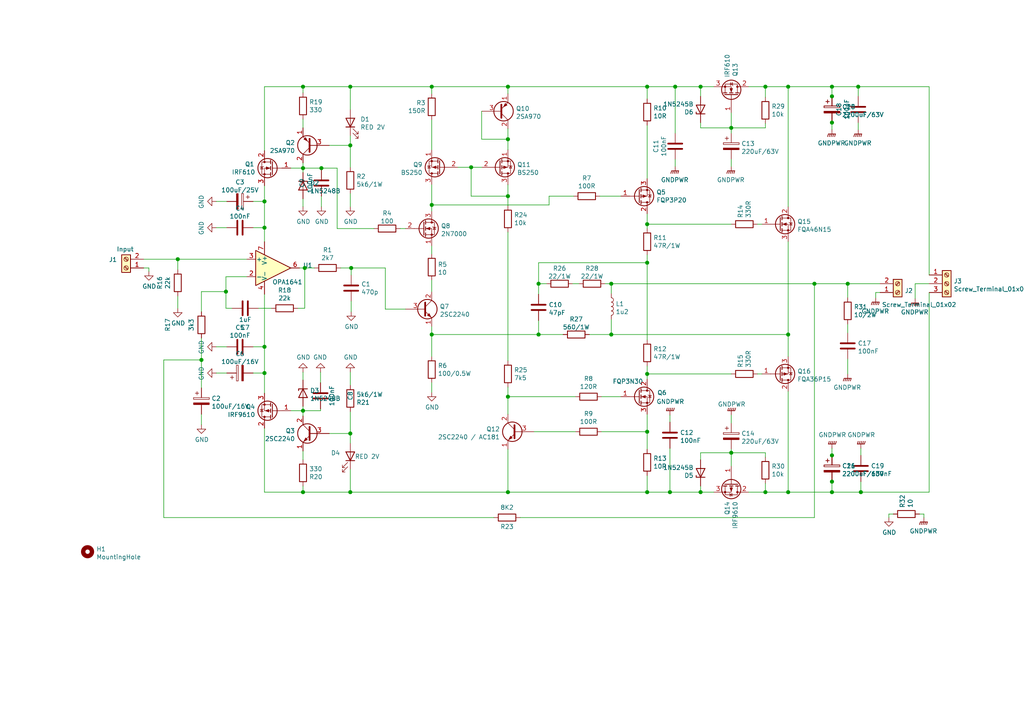
<source format=kicad_sch>
(kicad_sch (version 20210406) (generator eeschema)
  (paper "A4")
  (title_block (title "Q17") (date "2021-03-31") (rev "1") (company "by eng. Tiberiu Vicol") (comment 4 "Q17 a QUAD405 audiophile approach"))
  (lib_symbols
    (symbol "Amplifier_Operational:OPA1641" (pin_names (offset 0.127))
      (property "Reference" "U" (at 3.81 3.81 0))
      (property "Value" "OPA1641" (at 3.81 -3.81 0))
      (symbol "OPA1641_1_1"
        (pin no_connect line (at -2.54 -2.54 90) (length 2.54) hide (name "NC") (number "1"))
        (pin input line (at -7.62 -2.54 0) (length 2.54) (name "-") (number "2"))
        (pin input line (at -7.62 2.54 0) (length 2.54) (name "+") (number "3"))
        (pin power_in line (at -2.54 -7.62 90) (length 3.81) (name "V-") (number "4"))
        (pin no_connect line (at 0 -2.54 90) (length 2.54) hide (name "NC") (number "5"))
        (pin output line (at 7.62 0 180) (length 2.54) (name "~") (number "6"))
        (pin power_in line (at -2.54 7.62 270) (length 3.81) (name "V+") (number "7"))
        (pin no_connect line (at -5.08 -2.54 90) (length 2.54) hide (name "NC") (number "8"))
      )
    )
    (symbol "Connector:Screw_Terminal_01x02" (pin_names (offset 1.016) hide)
      (property "Reference" "J" (at 0 2.54 0))
      (property "Value" "Screw_Terminal_01x02" (at 0 -5.08 0))
      (symbol "Screw_Terminal_01x02_1_1"
        (pin passive line (at -5.08 0 0) (length 3.81) (name "Pin_1") (number "1"))
        (pin passive line (at -5.08 -2.54 0) (length 3.81) (name "Pin_2") (number "2"))
      )
    )
    (symbol "Connector:Screw_Terminal_01x02_1" (pin_names (offset 1.016) hide)
      (property "Reference" "J2" (at 2.0321 -0.5091 0))
      (property "Value" "Screw_Terminal_01x02" (at -4.5719 3.5422 0))
      (symbol "Screw_Terminal_01x02_1_1_1"
        (pin passive line (at -5.08 0 0) (length 3.81) (name "Pin_1") (number "1"))
        (pin passive line (at -5.08 -2.54 0) (length 3.81) (name "Pin_2") (number "2"))
      )
    )
    (symbol "Connector:Screw_Terminal_01x03" (pin_names (offset 1.016) hide)
      (property "Reference" "J" (at 0 5.08 0))
      (property "Value" "Screw_Terminal_01x03" (at 0 -5.08 0))
      (symbol "Screw_Terminal_01x03_1_1"
        (pin passive line (at -5.08 2.54 0) (length 3.81) (name "Pin_1") (number "1"))
        (pin passive line (at -5.08 0 0) (length 3.81) (name "Pin_2") (number "2"))
        (pin passive line (at -5.08 -2.54 0) (length 3.81) (name "Pin_3") (number "3"))
      )
    )
    (symbol "Device:C" (pin_numbers hide) (pin_names (offset 0.254))
      (property "Reference" "C" (at 0.635 2.54 0))
      (property "Value" "C" (at 0.635 -2.54 0))
      (symbol "C_1_1"
        (pin passive line (at 0 3.81 270) (length 2.794) (name "~") (number "1"))
        (pin passive line (at 0 -3.81 90) (length 2.794) (name "~") (number "2"))
      )
    )
    (symbol "Device:C_Polarized" (pin_numbers hide) (pin_names (offset 0.254))
      (property "Reference" "C" (at 0.635 2.54 0))
      (property "Value" "C_Polarized" (at 0.635 -2.54 0))
      (symbol "C_Polarized_1_1"
        (pin passive line (at 0 3.81 270) (length 2.794) (name "~") (number "1"))
        (pin passive line (at 0 -3.81 90) (length 2.794) (name "~") (number "2"))
      )
    )
    (symbol "Device:D_Zener" (pin_numbers hide) (pin_names (offset 1.016) hide)
      (property "Reference" "D" (at 0 2.54 0))
      (property "Value" "D_Zener" (at 0 -2.54 0))
      (symbol "D_Zener_1_1"
        (pin passive line (at -3.81 0 0) (length 2.54) (name "K") (number "1"))
        (pin passive line (at 3.81 0 180) (length 2.54) (name "A") (number "2"))
      )
    )
    (symbol "Device:L" (pin_numbers hide) (pin_names (offset 1.016) hide)
      (property "Reference" "L" (at -1.27 0 90))
      (property "Value" "L" (at 1.905 0 90))
      (symbol "L_1_1"
        (pin passive line (at 0 3.81 270) (length 1.27) (name "1") (number "1"))
        (pin passive line (at 0 -3.81 90) (length 1.27) (name "2") (number "2"))
      )
    )
    (symbol "Device:LED" (pin_numbers hide) (pin_names (offset 1.016) hide)
      (property "Reference" "D" (at 0 2.54 0))
      (property "Value" "LED" (at 0 -2.54 0))
      (symbol "LED_1_1"
        (pin passive line (at -3.81 0 0) (length 2.54) (name "K") (number "1"))
        (pin passive line (at 3.81 0 180) (length 2.54) (name "A") (number "2"))
      )
    )
    (symbol "Device:Q_NMOS_GDS" (pin_names (offset 0) hide)
      (property "Reference" "Q" (at 5.08 1.27 0))
      (property "Value" "Q_NMOS_GDS" (at 5.08 -1.27 0))
      (symbol "Q_NMOS_GDS_1_1"
        (pin input line (at -5.08 0 0) (length 2.54) (name "G") (number "1"))
        (pin passive line (at 2.54 5.08 270) (length 2.54) (name "D") (number "2"))
        (pin passive line (at 2.54 -5.08 90) (length 2.54) (name "S") (number "3"))
      )
    )
    (symbol "Device:Q_NPN_ECB" (pin_names (offset 0) hide)
      (property "Reference" "Q" (at 5.08 1.27 0))
      (property "Value" "Q_NPN_ECB" (at 5.08 -1.27 0))
      (symbol "Q_NPN_ECB_1_1"
        (pin passive line (at 2.54 -5.08 90) (length 2.54) (name "E") (number "1"))
        (pin passive line (at 2.54 5.08 270) (length 2.54) (name "C") (number "2"))
        (pin passive line (at -5.08 0 0) (length 5.715) (name "B") (number "3"))
      )
    )
    (symbol "Device:Q_PMOS_GDS" (pin_names (offset 0) hide)
      (property "Reference" "Q" (at 5.08 1.27 0))
      (property "Value" "Q_PMOS_GDS" (at 5.08 -1.27 0))
      (symbol "Q_PMOS_GDS_1_1"
        (pin input line (at -5.08 0 0) (length 2.54) (name "G") (number "1"))
        (pin passive line (at 2.54 5.08 270) (length 2.54) (name "D") (number "2"))
        (pin passive line (at 2.54 -5.08 90) (length 2.54) (name "S") (number "3"))
      )
    )
    (symbol "Device:Q_PNP_ECB" (pin_names (offset 0) hide)
      (property "Reference" "Q" (at 5.08 1.27 0))
      (property "Value" "Q_PNP_ECB" (at 5.08 -1.27 0))
      (symbol "Q_PNP_ECB_1_1"
        (pin passive line (at 2.54 -5.08 90) (length 2.54) (name "E") (number "1"))
        (pin passive line (at 2.54 5.08 270) (length 2.54) (name "C") (number "2"))
        (pin input line (at -5.08 0 0) (length 5.715) (name "B") (number "3"))
      )
    )
    (symbol "Device:R" (pin_numbers hide) (pin_names (offset 0))
      (property "Reference" "R" (at 2.032 0 90))
      (property "Value" "R" (at 0 0 90))
      (symbol "R_1_1"
        (pin passive line (at 0 3.81 270) (length 1.27) (name "~") (number "1"))
        (pin passive line (at 0 -3.81 90) (length 1.27) (name "~") (number "2"))
      )
    )
    (symbol "Mechanical:MountingHole" (pin_names (offset 1.016))
      (property "Reference" "H" (at 0 5.08 0))
      (property "Value" "MountingHole" (at 0 3.175 0))
    )
    (symbol "Transistor_FET:2N7000" (pin_names hide)
      (property "Reference" "Q" (at 5.08 1.905 0))
      (property "Value" "2N7000" (at 5.08 0 0))
      (symbol "2N7000_1_1"
        (pin passive line (at 2.54 -5.08 90) (length 2.54) (name "S") (number "1"))
        (pin input line (at -5.08 0 0) (length 2.54) (name "G") (number "2"))
        (pin passive line (at 2.54 5.08 270) (length 2.54) (name "D") (number "3"))
      )
    )
    (symbol "Transistor_FET:VP0610L" (pin_names hide)
      (property "Reference" "Q" (at 5.08 1.905 0))
      (property "Value" "VP0610L" (at 5.08 0 0))
      (symbol "VP0610L_1_1"
        (pin passive line (at 2.54 -5.08 90) (length 2.54) (name "S") (number "1"))
        (pin input line (at -5.08 0 0) (length 2.54) (name "G") (number "2"))
        (pin passive line (at 2.54 5.08 270) (length 2.54) (name "D") (number "3"))
      )
    )
    (symbol "power:GND" (power) (pin_names (offset 0))
      (property "Value" "GND" (at 0 -3.81 0))
      (symbol "GND_1_1"
        (pin power_in line (at 0 0 270) (length 0) hide (name "GND") (number "1"))
      )
    )
    (symbol "power:GNDPWR" (power) (pin_names (offset 0))
      (property "Value" "GNDPWR" (at 0 -3.302 0))
      (symbol "GNDPWR_1_1"
        (pin power_in line (at 0 0 270) (length 0) hide (name "GNDPWR") (number "1"))
      )
    )
  )
  (junction (at 51.562 75.184) (diameter 1.016))
  (junction (at 58.42 104.394) (diameter 1.016))
  (junction (at 65.532 84.582) (diameter 1.016))
  (junction (at 76.708 58.42) (diameter 1.016))
  (junction (at 76.708 66.04) (diameter 1.016))
  (junction (at 76.708 100.584) (diameter 1.016))
  (junction (at 76.708 108.204) (diameter 1.016))
  (junction (at 87.884 25.146) (diameter 1.016))
  (junction (at 87.884 48.768) (diameter 1.016))
  (junction (at 87.884 119.126) (diameter 1.016))
  (junction (at 87.884 142.748) (diameter 1.016))
  (junction (at 88.392 77.724) (diameter 1.016))
  (junction (at 93.218 48.768) (diameter 1.016))
  (junction (at 101.6 25.146) (diameter 1.016))
  (junction (at 101.6 42.164) (diameter 1.016))
  (junction (at 101.6 125.73) (diameter 1.016))
  (junction (at 101.6 142.748) (diameter 1.016))
  (junction (at 101.854 77.724) (diameter 1.016))
  (junction (at 125.222 25.146) (diameter 1.016))
  (junction (at 125.222 59.436) (diameter 1.016))
  (junction (at 125.222 97.028) (diameter 1.016))
  (junction (at 136.652 48.514) (diameter 1.016))
  (junction (at 147.32 25.146) (diameter 1.016))
  (junction (at 147.32 40.386) (diameter 1.016))
  (junction (at 147.32 56.896) (diameter 1.016))
  (junction (at 147.32 115.062) (diameter 1.016))
  (junction (at 147.32 142.748) (diameter 1.016))
  (junction (at 156.21 82.296) (diameter 1.016))
  (junction (at 156.21 97.028) (diameter 1.016))
  (junction (at 177.292 82.296) (diameter 1.016))
  (junction (at 177.292 97.028) (diameter 1.016))
  (junction (at 187.706 25.146) (diameter 1.016))
  (junction (at 187.706 65.024) (diameter 1.016))
  (junction (at 187.706 76.2) (diameter 1.016))
  (junction (at 187.706 108.458) (diameter 1.016))
  (junction (at 187.706 125.222) (diameter 1.016))
  (junction (at 187.706 142.748) (diameter 1.016))
  (junction (at 194.31 142.748) (diameter 1.016))
  (junction (at 195.834 25.146) (diameter 1.016))
  (junction (at 203.2 25.146) (diameter 1.016))
  (junction (at 203.2 142.748) (diameter 1.016))
  (junction (at 212.09 37.084) (diameter 1.016))
  (junction (at 212.09 131.318) (diameter 1.016))
  (junction (at 221.996 25.146) (diameter 1.016))
  (junction (at 221.996 142.748) (diameter 1.016))
  (junction (at 228.6 25.146) (diameter 1.016))
  (junction (at 228.6 97.028) (diameter 1.016))
  (junction (at 228.6 142.748) (diameter 1.016))
  (junction (at 236.22 82.296) (diameter 1.016))
  (junction (at 241.3 25.146) (diameter 1.016))
  (junction (at 241.3 27.94) (diameter 1.016))
  (junction (at 241.3 35.56) (diameter 1.016))
  (junction (at 241.3 132.08) (diameter 1.016))
  (junction (at 241.3 139.7) (diameter 1.016))
  (junction (at 241.3 142.748) (diameter 1.016))
  (junction (at 245.872 82.296) (diameter 1.016))
  (junction (at 248.92 25.146) (diameter 1.016))
  (junction (at 249.682 142.748) (diameter 1.016))
  (wire (pts (xy 41.656 75.184) (xy 51.562 75.184)))
  (wire (pts (xy 41.656 77.724) (xy 43.18 77.724)))
  (wire (pts (xy 43.18 77.724) (xy 43.18 78.74)))
  (wire (pts (xy 47.498 104.394) (xy 58.42 104.394)))
  (wire (pts (xy 47.498 150.114) (xy 47.498 104.394)))
  (wire (pts (xy 51.562 75.184) (xy 51.562 78.232)))
  (wire (pts (xy 51.562 85.852) (xy 51.562 89.408)))
  (wire (pts (xy 58.42 84.582) (xy 58.42 90.424)))
  (wire (pts (xy 58.42 98.044) (xy 58.42 104.394)))
  (wire (pts (xy 58.42 104.394) (xy 58.42 112.522)))
  (wire (pts (xy 58.42 123.19) (xy 58.42 120.142)))
  (wire (pts (xy 62.738 58.42) (xy 65.786 58.42)))
  (wire (pts (xy 62.738 66.04) (xy 65.786 66.04)))
  (wire (pts (xy 62.738 100.584) (xy 65.786 100.584)))
  (wire (pts (xy 62.738 108.204) (xy 65.786 108.204)))
  (wire (pts (xy 65.532 80.264) (xy 71.628 80.264)))
  (wire (pts (xy 65.532 84.582) (xy 58.42 84.582)))
  (wire (pts (xy 65.532 84.582) (xy 65.532 80.264)))
  (wire (pts (xy 65.532 89.408) (xy 65.532 84.582)))
  (wire (pts (xy 67.31 89.408) (xy 65.532 89.408)))
  (wire (pts (xy 71.628 75.184) (xy 51.562 75.184)))
  (wire (pts (xy 73.406 58.42) (xy 76.708 58.42)))
  (wire (pts (xy 73.406 66.04) (xy 76.708 66.04)))
  (wire (pts (xy 73.406 100.584) (xy 76.708 100.584)))
  (wire (pts (xy 73.406 108.204) (xy 76.708 108.204)))
  (wire (pts (xy 74.93 89.408) (xy 78.74 89.408)))
  (wire (pts (xy 76.708 25.146) (xy 87.884 25.146)))
  (wire (pts (xy 76.708 43.688) (xy 76.708 25.146)))
  (wire (pts (xy 76.708 53.848) (xy 76.708 58.42)))
  (wire (pts (xy 76.708 58.42) (xy 76.708 66.04)))
  (wire (pts (xy 76.708 66.04) (xy 76.708 70.104)))
  (wire (pts (xy 76.708 85.344) (xy 76.708 100.584)))
  (wire (pts (xy 76.708 100.584) (xy 76.708 108.204)))
  (wire (pts (xy 76.708 108.204) (xy 76.708 114.046)))
  (wire (pts (xy 76.708 124.206) (xy 76.708 142.748)))
  (wire (pts (xy 76.708 142.748) (xy 87.884 142.748)))
  (wire (pts (xy 84.328 48.768) (xy 87.884 48.768)))
  (wire (pts (xy 84.328 119.126) (xy 87.884 119.126)))
  (wire (pts (xy 86.36 89.408) (xy 88.392 89.408)))
  (wire (pts (xy 86.868 77.724) (xy 88.392 77.724)))
  (wire (pts (xy 87.884 25.146) (xy 101.6 25.146)))
  (wire (pts (xy 87.884 26.924) (xy 87.884 25.146)))
  (wire (pts (xy 87.884 34.544) (xy 87.884 37.084)))
  (wire (pts (xy 87.884 47.244) (xy 87.884 48.768)))
  (wire (pts (xy 87.884 48.768) (xy 87.884 50.038)))
  (wire (pts (xy 87.884 57.658) (xy 87.884 59.944)))
  (wire (pts (xy 87.884 110.236) (xy 87.884 107.95)))
  (wire (pts (xy 87.884 119.126) (xy 87.884 117.856)))
  (wire (pts (xy 87.884 120.65) (xy 87.884 119.126)))
  (wire (pts (xy 87.884 133.35) (xy 87.884 130.81)))
  (wire (pts (xy 87.884 140.97) (xy 87.884 142.748)))
  (wire (pts (xy 87.884 142.748) (xy 101.6 142.748)))
  (wire (pts (xy 88.392 77.724) (xy 91.186 77.724)))
  (wire (pts (xy 88.392 89.408) (xy 88.392 77.724)))
  (wire (pts (xy 92.964 107.95) (xy 92.964 110.998)))
  (wire (pts (xy 92.964 118.618) (xy 92.964 119.126)))
  (wire (pts (xy 92.964 119.126) (xy 87.884 119.126)))
  (wire (pts (xy 93.218 48.768) (xy 87.884 48.768)))
  (wire (pts (xy 93.218 48.768) (xy 97.79 48.768)))
  (wire (pts (xy 93.218 49.276) (xy 93.218 48.768)))
  (wire (pts (xy 93.218 59.944) (xy 93.218 56.896)))
  (wire (pts (xy 95.504 42.164) (xy 101.6 42.164)))
  (wire (pts (xy 95.504 125.73) (xy 101.6 125.73)))
  (wire (pts (xy 97.79 66.294) (xy 97.79 48.768)))
  (wire (pts (xy 98.806 77.724) (xy 101.854 77.724)))
  (wire (pts (xy 101.6 25.146) (xy 101.6 31.75)))
  (wire (pts (xy 101.6 25.146) (xy 125.222 25.146)))
  (wire (pts (xy 101.6 42.164) (xy 101.6 39.37)))
  (wire (pts (xy 101.6 42.164) (xy 101.6 48.514)))
  (wire (pts (xy 101.6 56.134) (xy 101.6 59.944)))
  (wire (pts (xy 101.6 111.76) (xy 101.6 107.95)))
  (wire (pts (xy 101.6 125.73) (xy 101.6 119.38)))
  (wire (pts (xy 101.6 125.73) (xy 101.6 128.524)))
  (wire (pts (xy 101.6 142.748) (xy 101.6 136.144)))
  (wire (pts (xy 101.6 142.748) (xy 147.32 142.748)))
  (wire (pts (xy 101.854 77.724) (xy 101.854 79.756)))
  (wire (pts (xy 101.854 77.724) (xy 111.76 77.724)))
  (wire (pts (xy 101.854 87.376) (xy 101.854 90.424)))
  (wire (pts (xy 108.458 66.294) (xy 97.79 66.294)))
  (wire (pts (xy 111.76 89.662) (xy 111.76 77.724)))
  (wire (pts (xy 117.602 66.294) (xy 116.078 66.294)))
  (wire (pts (xy 117.602 89.662) (xy 111.76 89.662)))
  (wire (pts (xy 125.222 25.146) (xy 125.222 27.178)))
  (wire (pts (xy 125.222 34.798) (xy 125.222 43.434)))
  (wire (pts (xy 125.222 53.594) (xy 125.222 59.436)))
  (wire (pts (xy 125.222 59.436) (xy 125.222 61.214)))
  (wire (pts (xy 125.222 71.374) (xy 125.222 73.66)))
  (wire (pts (xy 125.222 81.28) (xy 125.222 84.582)))
  (wire (pts (xy 125.222 94.742) (xy 125.222 97.028)))
  (wire (pts (xy 125.222 97.028) (xy 125.222 103.378)))
  (wire (pts (xy 125.222 110.998) (xy 125.222 113.792)))
  (wire (pts (xy 136.652 48.514) (xy 132.842 48.514)))
  (wire (pts (xy 136.652 48.514) (xy 139.7 48.514)))
  (wire (pts (xy 136.652 56.896) (xy 136.652 48.514)))
  (wire (pts (xy 139.7 32.258) (xy 139.7 40.386)))
  (wire (pts (xy 143.256 150.114) (xy 47.498 150.114)))
  (wire (pts (xy 147.32 25.146) (xy 125.222 25.146)))
  (wire (pts (xy 147.32 25.146) (xy 147.32 27.178)))
  (wire (pts (xy 147.32 25.146) (xy 187.706 25.146)))
  (wire (pts (xy 147.32 37.338) (xy 147.32 40.386)))
  (wire (pts (xy 147.32 40.386) (xy 139.7 40.386)))
  (wire (pts (xy 147.32 40.386) (xy 147.32 43.434)))
  (wire (pts (xy 147.32 53.594) (xy 147.32 56.896)))
  (wire (pts (xy 147.32 56.896) (xy 136.652 56.896)))
  (wire (pts (xy 147.32 56.896) (xy 147.32 59.69)))
  (wire (pts (xy 147.32 67.31) (xy 147.32 104.648)))
  (wire (pts (xy 147.32 112.268) (xy 147.32 115.062)))
  (wire (pts (xy 147.32 115.062) (xy 147.32 120.142)))
  (wire (pts (xy 147.32 115.062) (xy 166.878 115.062)))
  (wire (pts (xy 147.32 130.302) (xy 147.32 142.748)))
  (wire (pts (xy 147.32 142.748) (xy 187.706 142.748)))
  (wire (pts (xy 154.94 125.222) (xy 166.878 125.222)))
  (wire (pts (xy 156.21 76.2) (xy 187.706 76.2)))
  (wire (pts (xy 156.21 82.296) (xy 156.21 76.2)))
  (wire (pts (xy 156.21 82.296) (xy 156.21 85.344)))
  (wire (pts (xy 156.21 92.964) (xy 156.21 97.028)))
  (wire (pts (xy 156.21 97.028) (xy 125.222 97.028)))
  (wire (pts (xy 156.21 97.028) (xy 163.322 97.028)))
  (wire (pts (xy 158.496 82.296) (xy 156.21 82.296)))
  (wire (pts (xy 159.258 56.896) (xy 159.258 59.436)))
  (wire (pts (xy 159.258 56.896) (xy 166.37 56.896)))
  (wire (pts (xy 159.258 59.436) (xy 125.222 59.436)))
  (wire (pts (xy 166.116 82.296) (xy 167.894 82.296)))
  (wire (pts (xy 170.942 97.028) (xy 177.292 97.028)))
  (wire (pts (xy 174.498 115.062) (xy 180.086 115.062)))
  (wire (pts (xy 174.498 125.222) (xy 187.706 125.222)))
  (wire (pts (xy 175.514 82.296) (xy 177.292 82.296)))
  (wire (pts (xy 177.292 82.296) (xy 236.22 82.296)))
  (wire (pts (xy 177.292 85.09) (xy 177.292 82.296)))
  (wire (pts (xy 177.292 92.71) (xy 177.292 97.028)))
  (wire (pts (xy 177.292 97.028) (xy 228.6 97.028)))
  (wire (pts (xy 180.086 56.896) (xy 173.99 56.896)))
  (wire (pts (xy 187.706 25.146) (xy 187.706 28.702)))
  (wire (pts (xy 187.706 36.322) (xy 187.706 51.816)))
  (wire (pts (xy 187.706 61.976) (xy 187.706 65.024)))
  (wire (pts (xy 187.706 65.024) (xy 187.706 66.294)))
  (wire (pts (xy 187.706 65.024) (xy 212.09 65.024)))
  (wire (pts (xy 187.706 73.914) (xy 187.706 76.2)))
  (wire (pts (xy 187.706 76.2) (xy 187.706 98.552)))
  (wire (pts (xy 187.706 106.172) (xy 187.706 108.458)))
  (wire (pts (xy 187.706 108.458) (xy 187.706 109.982)))
  (wire (pts (xy 187.706 108.458) (xy 212.09 108.458)))
  (wire (pts (xy 187.706 120.142) (xy 187.706 125.222)))
  (wire (pts (xy 187.706 125.222) (xy 187.706 130.302)))
  (wire (pts (xy 187.706 142.748) (xy 187.706 137.922)))
  (wire (pts (xy 194.31 122.428) (xy 194.31 120.396)))
  (wire (pts (xy 194.31 130.048) (xy 194.31 142.748)))
  (wire (pts (xy 194.31 142.748) (xy 187.706 142.748)))
  (wire (pts (xy 194.31 142.748) (xy 203.2 142.748)))
  (wire (pts (xy 195.834 25.146) (xy 187.706 25.146)))
  (wire (pts (xy 195.834 25.146) (xy 195.834 38.608)))
  (wire (pts (xy 195.834 46.228) (xy 195.834 48.26)))
  (wire (pts (xy 203.2 25.146) (xy 195.834 25.146)))
  (wire (pts (xy 203.2 25.146) (xy 203.2 27.94)))
  (wire (pts (xy 203.2 35.56) (xy 203.2 37.084)))
  (wire (pts (xy 203.2 37.084) (xy 212.09 37.084)))
  (wire (pts (xy 203.2 131.318) (xy 212.09 131.318)))
  (wire (pts (xy 203.2 133.35) (xy 203.2 131.318)))
  (wire (pts (xy 203.2 140.97) (xy 203.2 142.748)))
  (wire (pts (xy 203.2 142.748) (xy 207.01 142.748)))
  (wire (pts (xy 207.01 25.146) (xy 203.2 25.146)))
  (wire (pts (xy 212.09 32.766) (xy 212.09 37.084)))
  (wire (pts (xy 212.09 37.084) (xy 212.09 38.608)))
  (wire (pts (xy 212.09 37.084) (xy 221.996 37.084)))
  (wire (pts (xy 212.09 46.228) (xy 212.09 48.26)))
  (wire (pts (xy 212.09 120.396) (xy 212.09 122.682)))
  (wire (pts (xy 212.09 130.302) (xy 212.09 131.318)))
  (wire (pts (xy 212.09 131.318) (xy 212.09 135.128)))
  (wire (pts (xy 219.71 65.024) (xy 220.98 65.024)))
  (wire (pts (xy 219.71 108.458) (xy 220.98 108.458)))
  (wire (pts (xy 221.996 25.146) (xy 217.17 25.146)))
  (wire (pts (xy 221.996 25.146) (xy 221.996 28.194)))
  (wire (pts (xy 221.996 37.084) (xy 221.996 35.814)))
  (wire (pts (xy 221.996 131.318) (xy 212.09 131.318)))
  (wire (pts (xy 221.996 132.588) (xy 221.996 131.318)))
  (wire (pts (xy 221.996 140.208) (xy 221.996 142.748)))
  (wire (pts (xy 221.996 142.748) (xy 217.17 142.748)))
  (wire (pts (xy 228.6 25.146) (xy 221.996 25.146)))
  (wire (pts (xy 228.6 59.944) (xy 228.6 25.146)))
  (wire (pts (xy 228.6 70.104) (xy 228.6 97.028)))
  (wire (pts (xy 228.6 97.028) (xy 228.6 103.378)))
  (wire (pts (xy 228.6 113.538) (xy 228.6 142.748)))
  (wire (pts (xy 228.6 142.748) (xy 221.996 142.748)))
  (wire (pts (xy 236.22 82.296) (xy 236.22 150.114)))
  (wire (pts (xy 236.22 82.296) (xy 245.872 82.296)))
  (wire (pts (xy 236.22 150.114) (xy 150.876 150.114)))
  (wire (pts (xy 241.3 25.146) (xy 228.6 25.146)))
  (wire (pts (xy 241.3 27.94) (xy 241.3 25.146)))
  (wire (pts (xy 241.3 35.56) (xy 241.3 37.592)))
  (wire (pts (xy 241.3 132.08) (xy 241.3 130.048)))
  (wire (pts (xy 241.3 139.7) (xy 241.3 142.748)))
  (wire (pts (xy 241.3 142.748) (xy 228.6 142.748)))
  (wire (pts (xy 245.872 82.296) (xy 245.872 86.36)))
  (wire (pts (xy 245.872 82.296) (xy 255.27 82.296)))
  (wire (pts (xy 245.872 93.98) (xy 245.872 96.52)))
  (wire (pts (xy 245.872 104.14) (xy 245.872 108.458)))
  (wire (pts (xy 248.92 25.146) (xy 241.3 25.146)))
  (wire (pts (xy 248.92 27.94) (xy 248.92 25.146)))
  (wire (pts (xy 248.92 35.56) (xy 248.92 37.592)))
  (wire (pts (xy 249.682 132.08) (xy 249.682 130.048)))
  (wire (pts (xy 249.682 139.7) (xy 249.682 142.748)))
  (wire (pts (xy 249.682 142.748) (xy 241.3 142.748)))
  (wire (pts (xy 254 84.836) (xy 255.27 84.836)))
  (wire (pts (xy 254 86.36) (xy 254 84.836)))
  (wire (pts (xy 257.81 149.098) (xy 259.08 149.098)))
  (wire (pts (xy 257.81 150.114) (xy 257.81 149.098)))
  (wire (pts (xy 265.43 82.296) (xy 265.43 86.614)))
  (wire (pts (xy 266.7 149.098) (xy 267.97 149.098)))
  (wire (pts (xy 267.97 149.098) (xy 267.97 150.114)))
  (wire (pts (xy 269.494 25.146) (xy 248.92 25.146)))
  (wire (pts (xy 269.494 25.146) (xy 269.494 79.756)))
  (wire (pts (xy 269.494 82.296) (xy 265.43 82.296)))
  (wire (pts (xy 269.494 84.836) (xy 269.494 142.748)))
  (wire (pts (xy 269.494 142.748) (xy 249.682 142.748)))
  (symbol (lib_id "power:GNDPWR") (at 194.31 120.396 180) (unit 1)
    (property "Reference" "#PWR0120" (effects hide))
    (property "Value" "GNDPWR" (at 194.437 116.478 0))
  )
  (symbol (lib_id "power:GNDPWR") (at 195.834 48.26 0) (unit 1)
    (property "Reference" "#PWR0117" (effects hide))
    (property "Value" "GNDPWR" (at 195.707 52.178 0))
  )
  (symbol (lib_id "power:GNDPWR") (at 212.09 48.26 0) (unit 1)
    (property "Reference" "#PWR0116" (effects hide))
    (property "Value" "GNDPWR" (at 211.963 52.178 0))
  )
  (symbol (lib_id "power:GNDPWR") (at 212.09 120.396 180) (unit 1)
    (property "Reference" "#PWR0121" (effects hide))
    (property "Value" "GNDPWR" (at 212.217 117.255 0))
  )
  (symbol (lib_id "power:GNDPWR") (at 241.3 37.592 0) (unit 1)
    (property "Reference" "#PWR0118" (effects hide))
    (property "Value" "GNDPWR" (at 241.173 41.51 0))
  )
  (symbol (lib_id "power:GNDPWR") (at 241.3 130.048 180) (unit 1)
    (property "Reference" "#PWR0125" (effects hide))
    (property "Value" "GNDPWR" (at 241.427 126.13 0))
  )
  (symbol (lib_id "power:GNDPWR") (at 245.872 108.458 0) (unit 1)
    (property "Reference" "#PWR0122" (effects hide))
    (property "Value" "GNDPWR" (at 245.745 112.376 0))
  )
  (symbol (lib_id "power:GNDPWR") (at 248.92 37.592 0) (unit 1)
    (property "Reference" "#PWR0119" (effects hide))
    (property "Value" "GNDPWR" (at 248.793 41.51 0))
  )
  (symbol (lib_id "power:GNDPWR") (at 249.682 130.048 180) (unit 1)
    (property "Reference" "#PWR0126" (effects hide))
    (property "Value" "GNDPWR" (at 249.809 126.13 0))
  )
  (symbol (lib_id "power:GNDPWR") (at 254 86.36 0) (unit 1)
    (property "Reference" "#PWR0127" (effects hide))
    (property "Value" "GNDPWR" (at 253.873 90.278 0))
  )
  (symbol (lib_id "power:GNDPWR") (at 265.43 86.614 0) (unit 1)
    (property "Reference" "#PWR0128" (effects hide))
    (property "Value" "GNDPWR" (at 265.303 90.532 0))
  )
  (symbol (lib_id "power:GNDPWR") (at 267.97 150.114 0) (unit 1)
    (property "Reference" "#PWR0123" (effects hide))
    (property "Value" "GNDPWR" (at 267.843 154.032 0))
  )
  (symbol (lib_id "power:GND") (at 43.18 78.74 0) (unit 1)
    (property "Reference" "#PWR0114" (effects hide))
    (property "Value" "GND" (at 43.2943 83.0644 0))
  )
  (symbol (lib_id "power:GND") (at 51.562 89.408 0) (unit 1)
    (property "Reference" "#PWR0113" (effects hide))
    (property "Value" "GND" (at 51.6763 93.7324 0))
  )
  (symbol (lib_id "power:GND") (at 58.42 123.19 0) (unit 1)
    (property "Reference" "#PWR0107" (effects hide))
    (property "Value" "GND" (at 58.5343 127.5144 0))
  )
  (symbol (lib_id "power:GND") (at 62.738 58.42 270) (unit 1)
    (property "Reference" "#PWR0109" (effects hide))
    (property "Value" "GND" (at 58.4136 58.5343 0))
  )
  (symbol (lib_id "power:GND") (at 62.738 66.04 270) (unit 1)
    (property "Reference" "#PWR0115" (effects hide))
    (property "Value" "GND" (at 58.4136 66.1543 0))
  )
  (symbol (lib_id "power:GND") (at 62.738 100.584 270) (unit 1)
    (property "Reference" "#PWR0112" (effects hide))
    (property "Value" "GND" (at 58.4136 100.6983 0))
  )
  (symbol (lib_id "power:GND") (at 62.738 108.204 270) (unit 1)
    (property "Reference" "#PWR0111" (effects hide))
    (property "Value" "GND" (at 58.4136 108.3183 0))
  )
  (symbol (lib_id "power:GND") (at 87.884 59.944 0) (unit 1)
    (property "Reference" "#PWR0110" (effects hide))
    (property "Value" "GND" (at 87.9983 64.2684 0))
  )
  (symbol (lib_id "power:GND") (at 87.884 107.95 0) (mirror x) (unit 1)
    (property "Reference" "#PWR0104" (effects hide))
    (property "Value" "GND" (at 87.9983 103.6256 0))
  )
  (symbol (lib_id "power:GND") (at 92.964 107.95 180) (unit 1)
    (property "Reference" "#PWR0106" (effects hide))
    (property "Value" "GND" (at 92.8497 103.6256 0))
  )
  (symbol (lib_id "power:GND") (at 93.218 59.944 0) (unit 1)
    (property "Reference" "#PWR0108" (effects hide))
    (property "Value" "GND" (at 93.3323 64.2684 0))
  )
  (symbol (lib_id "power:GND") (at 101.6 59.944 0) (unit 1)
    (property "Reference" "#PWR0102" (effects hide))
    (property "Value" "GND" (at 101.7143 64.2684 0))
  )
  (symbol (lib_id "power:GND") (at 101.6 107.95 0) (mirror x) (unit 1)
    (property "Reference" "#PWR0105" (effects hide))
    (property "Value" "GND" (at 101.7143 103.6256 0))
  )
  (symbol (lib_id "power:GND") (at 101.854 90.424 0) (unit 1)
    (property "Reference" "#PWR0101" (effects hide))
    (property "Value" "GND" (at 101.9683 94.7484 0))
  )
  (symbol (lib_id "power:GND") (at 125.222 113.792 0) (unit 1)
    (property "Reference" "#PWR0103" (effects hide))
    (property "Value" "GND" (at 125.3363 118.1164 0))
  )
  (symbol (lib_id "power:GND") (at 257.81 150.114 0) (unit 1)
    (property "Reference" "#PWR0124" (effects hide))
    (property "Value" "GND" (at 257.9243 154.4384 0))
  )
  (symbol (lib_id "Device:L") (at 177.292 88.9 0) (unit 1)
    (property "Reference" "L1" (at 178.5621 88.1391 0) (effects (justify left)))
    (property "Value" "1u2" (at 178.5621 90.4378 0) (effects (justify left)))
    (property "Footprint" "L:L_new" (effects hide))
  )
  (symbol (lib_id "Mechanical:MountingHole") (at 25.4 160.02 0) (unit 1)
    (property "Reference" "H1" (at 27.9401 159.2591 0) (effects (justify left)))
    (property "Value" "MountingHole" (at 27.9401 161.5578 0) (effects (justify left)))
    (property "Footprint" "MountingHole:MountingHole_3.2mm_M3_Pad_Via" (effects hide))
  )
  (symbol (lib_id "Device:R") (at 51.562 82.042 180) (unit 1)
    (property "Reference" "R16" (at 46.3358 82.042 90))
    (property "Value" "22k" (at 48.6345 82.042 90))
    (property "Footprint" "Resistor_THT:R_Axial_DIN0207_L6.3mm_D2.5mm_P10.16mm_Horizontal" (effects hide))
  )
  (symbol (lib_id "Device:R") (at 58.42 94.234 180) (unit 1)
    (property "Reference" "R17" (at 48.6218 94.234 90))
    (property "Value" "3k3" (at 55.4925 94.234 90))
    (property "Footprint" "Resistor_THT:R_Axial_DIN0207_L6.3mm_D2.5mm_P10.16mm_Horizontal" (effects hide))
  )
  (symbol (lib_id "Device:R") (at 82.55 89.408 90) (unit 1)
    (property "Reference" "R18" (at 82.55 84.1818 90))
    (property "Value" "22k" (at 82.55 86.4805 90))
    (property "Footprint" "Resistor_THT:R_Axial_DIN0207_L6.3mm_D2.5mm_P10.16mm_Horizontal" (effects hide))
  )
  (symbol (lib_id "Device:R") (at 87.884 30.734 0) (unit 1)
    (property "Reference" "R19" (at 89.6621 29.5846 0) (effects (justify left)))
    (property "Value" "330" (at 89.662 31.883 0) (effects (justify left)))
    (property "Footprint" "Resistor_THT:R_Axial_DIN0207_L6.3mm_D2.5mm_P10.16mm_Horizontal" (effects hide))
  )
  (symbol (lib_id "Device:R") (at 87.884 137.16 0) (mirror x) (unit 1)
    (property "Reference" "R20" (at 89.6621 138.3094 0) (effects (justify left)))
    (property "Value" "330" (at 89.662 136.011 0) (effects (justify left)))
    (property "Footprint" "Resistor_THT:R_Axial_DIN0207_L6.3mm_D2.5mm_P10.16mm_Horizontal" (effects hide))
  )
  (symbol (lib_id "Device:R") (at 94.996 77.724 90) (unit 1)
    (property "Reference" "R1" (at 94.996 72.4978 90))
    (property "Value" "2k7" (at 94.996 74.7965 90))
    (property "Footprint" "Resistor_THT:R_Axial_DIN0207_L6.3mm_D2.5mm_P10.16mm_Horizontal" (effects hide))
  )
  (symbol (lib_id "Device:R") (at 101.6 52.324 0) (unit 1)
    (property "Reference" "R2" (at 103.3781 51.1746 0) (effects (justify left)))
    (property "Value" "5k6/1W" (at 103.378 53.473 0) (effects (justify left)))
    (property "Footprint" "Resistor_THT:R_Axial_DIN0207_L6.3mm_D2.5mm_P10.16mm_Horizontal" (effects hide))
  )
  (symbol (lib_id "Device:R") (at 101.6 115.57 0) (mirror x) (unit 1)
    (property "Reference" "R21" (at 103.3781 116.7194 0) (effects (justify left)))
    (property "Value" "5k6/1W" (at 103.378 114.421 0) (effects (justify left)))
    (property "Footprint" "Resistor_THT:R_Axial_DIN0207_L6.3mm_D2.5mm_P10.16mm_Horizontal" (effects hide))
  )
  (symbol (lib_id "Device:R") (at 112.268 66.294 90) (unit 1)
    (property "Reference" "R4" (at 112.268 61.8448 90))
    (property "Value" "100" (at 112.268 64.1435 90))
    (property "Footprint" "Resistor_THT:R_Axial_DIN0207_L6.3mm_D2.5mm_P10.16mm_Horizontal" (effects hide))
  )
  (symbol (lib_id "Device:R") (at 125.222 30.988 0) (mirror y) (unit 1)
    (property "Reference" "R3" (at 123.4439 29.8386 0) (effects (justify left)))
    (property "Value" "150R" (at 123.444 32.137 0) (effects (justify left)))
    (property "Footprint" "Resistor_THT:R_Axial_DIN0207_L6.3mm_D2.5mm_P10.16mm_Horizontal" (effects hide))
  )
  (symbol (lib_id "Device:R") (at 125.222 77.47 0) (unit 1)
    (property "Reference" "R5" (at 127.0001 76.7091 0) (effects (justify left)))
    (property "Value" "10" (at 127.0001 79.0078 0) (effects (justify left)))
    (property "Footprint" "Resistor_THT:R_Axial_DIN0207_L6.3mm_D2.5mm_P10.16mm_Horizontal" (effects hide))
  )
  (symbol (lib_id "Device:R") (at 125.222 107.188 0) (unit 1)
    (property "Reference" "R6" (at 127.0001 106.0386 0) (effects (justify left)))
    (property "Value" "100/0.5W" (at 127 108.337 0) (effects (justify left)))
    (property "Footprint" "Resistor_THT:R_Axial_DIN0207_L6.3mm_D2.5mm_P10.16mm_Horizontal" (effects hide))
  )
  (symbol (lib_id "Device:R") (at 147.066 150.114 90) (unit 1)
    (property "Reference" "R23" (at 147.066 152.7618 90))
    (property "Value" "8K2" (at 147.066 147.1865 90))
    (property "Footprint" "Resistor_THT:R_Axial_DIN0207_L6.3mm_D2.5mm_P10.16mm_Horizontal" (effects hide))
  )
  (symbol (lib_id "Device:R") (at 147.32 63.5 0) (unit 1)
    (property "Reference" "R24" (at 149.0981 62.3506 0) (effects (justify left)))
    (property "Value" "10k" (at 149.098 64.649 0) (effects (justify left)))
    (property "Footprint" "Resistor_THT:R_Axial_DIN0207_L6.3mm_D2.5mm_P10.16mm_Horizontal" (effects hide))
  )
  (symbol (lib_id "Device:R") (at 147.32 108.458 0) (unit 1)
    (property "Reference" "R25" (at 149.0981 107.3086 0) (effects (justify left)))
    (property "Value" "7k5" (at 149.098 109.607 0) (effects (justify left)))
    (property "Footprint" "Resistor_THT:R_Axial_DIN0207_L6.3mm_D2.5mm_P10.16mm_Horizontal" (effects hide))
  )
  (symbol (lib_id "Device:R") (at 162.306 82.296 90) (unit 1)
    (property "Reference" "R26" (at 162.306 77.8468 90))
    (property "Value" "22/1W" (at 162.306 80.1455 90))
    (property "Footprint" "Resistor_THT:R_Axial_DIN0207_L6.3mm_D2.5mm_P10.16mm_Horizontal" (effects hide))
  )
  (symbol (lib_id "Device:R") (at 167.132 97.028 90) (unit 1)
    (property "Reference" "R27" (at 167.132 92.5788 90))
    (property "Value" "560/1W" (at 167.132 94.8775 90))
    (property "Footprint" "Resistor_THT:R_Axial_DIN0207_L6.3mm_D2.5mm_P10.16mm_Horizontal" (effects hide))
  )
  (symbol (lib_id "Device:R") (at 170.18 56.896 90) (unit 1)
    (property "Reference" "R7" (at 170.18 51.6698 90))
    (property "Value" "100R" (at 170.18 53.9685 90))
    (property "Footprint" "Resistor_THT:R_Axial_DIN0207_L6.3mm_D2.5mm_P10.16mm_Horizontal" (effects hide))
  )
  (symbol (lib_id "Device:R") (at 170.688 115.062 90) (unit 1)
    (property "Reference" "R8" (at 170.688 109.8358 90))
    (property "Value" "120R" (at 170.688 112.1345 90))
    (property "Footprint" "Resistor_THT:R_Axial_DIN0207_L6.3mm_D2.5mm_P10.16mm_Horizontal" (effects hide))
  )
  (symbol (lib_id "Device:R") (at 170.688 125.222 90) (unit 1)
    (property "Reference" "R9" (at 170.688 119.9958 90))
    (property "Value" "100R" (at 170.688 122.295 90))
    (property "Footprint" "Resistor_THT:R_Axial_DIN0207_L6.3mm_D2.5mm_P10.16mm_Horizontal" (effects hide))
  )
  (symbol (lib_id "Device:R") (at 171.704 82.296 90) (unit 1)
    (property "Reference" "R28" (at 171.704 77.8468 90))
    (property "Value" "22/1W" (at 171.704 80.1455 90))
    (property "Footprint" "Resistor_THT:R_Axial_DIN0207_L6.3mm_D2.5mm_P10.16mm_Horizontal" (effects hide))
  )
  (symbol (lib_id "Device:R") (at 187.706 32.512 0) (unit 1)
    (property "Reference" "R10" (at 189.4841 31.3626 0) (effects (justify left)))
    (property "Value" "10R" (at 189.4841 33.6613 0) (effects (justify left)))
    (property "Footprint" "Resistor_THT:R_Axial_DIN0207_L6.3mm_D2.5mm_P10.16mm_Horizontal" (effects hide))
  )
  (symbol (lib_id "Device:R") (at 187.706 70.104 0) (unit 1)
    (property "Reference" "R11" (at 189.4841 68.9546 0) (effects (justify left)))
    (property "Value" "47R/1W" (at 189.4841 71.2533 0) (effects (justify left)))
    (property "Footprint" "Resistor_THT:R_Axial_DIN0411_L9.9mm_D3.6mm_P12.70mm_Horizontal" (effects hide))
  )
  (symbol (lib_id "Device:R") (at 187.706 102.362 0) (unit 1)
    (property "Reference" "R12" (at 189.4841 101.2126 0) (effects (justify left)))
    (property "Value" "47R/1W" (at 189.4841 103.5113 0) (effects (justify left)))
    (property "Footprint" "Resistor_THT:R_Axial_DIN0411_L9.9mm_D3.6mm_P12.70mm_Horizontal" (effects hide))
  )
  (symbol (lib_id "Device:R") (at 187.706 134.112 0) (unit 1)
    (property "Reference" "R13" (at 189.4841 132.9626 0) (effects (justify left)))
    (property "Value" "10R" (at 189.4841 135.2613 0) (effects (justify left)))
    (property "Footprint" "Resistor_THT:R_Axial_DIN0207_L6.3mm_D2.5mm_P10.16mm_Horizontal" (effects hide))
  )
  (symbol (lib_id "Device:R") (at 215.9 65.024 90) (unit 1)
    (property "Reference" "R14" (at 214.7506 63.2459 0) (effects (justify left)))
    (property "Value" "330R" (at 217.0493 63.2459 0) (effects (justify left)))
    (property "Footprint" "Resistor_THT:R_Axial_DIN0207_L6.3mm_D2.5mm_P10.16mm_Horizontal" (effects hide))
  )
  (symbol (lib_id "Device:R") (at 215.9 108.458 90) (unit 1)
    (property "Reference" "R15" (at 214.7506 106.6799 0) (effects (justify left)))
    (property "Value" "330R" (at 217.0493 106.6799 0) (effects (justify left)))
    (property "Footprint" "Resistor_THT:R_Axial_DIN0207_L6.3mm_D2.5mm_P10.16mm_Horizontal" (effects hide))
  )
  (symbol (lib_id "Device:R") (at 221.996 32.004 0) (unit 1)
    (property "Reference" "R29" (at 223.7741 30.8546 0) (effects (justify left)))
    (property "Value" "10k" (at 223.774 33.153 0) (effects (justify left)))
    (property "Footprint" "Resistor_THT:R_Axial_DIN0207_L6.3mm_D2.5mm_P10.16mm_Horizontal" (effects hide))
  )
  (symbol (lib_id "Device:R") (at 221.996 136.398 0) (unit 1)
    (property "Reference" "R30" (at 223.7741 135.2486 0) (effects (justify left)))
    (property "Value" "10k" (at 223.774 137.547 0) (effects (justify left)))
    (property "Footprint" "Resistor_THT:R_Axial_DIN0207_L6.3mm_D2.5mm_P10.16mm_Horizontal" (effects hide))
  )
  (symbol (lib_id "Device:R") (at 245.872 90.17 0) (unit 1)
    (property "Reference" "R31" (at 247.6501 89.0206 0) (effects (justify left)))
    (property "Value" "10/2W" (at 247.65 91.319 0) (effects (justify left)))
    (property "Footprint" "Resistor_THT:R_Axial_DIN0309_L9.0mm_D3.2mm_P12.70mm_Horizontal" (effects hide))
  )
  (symbol (lib_id "Device:R") (at 262.89 149.098 90) (unit 1)
    (property "Reference" "R32" (at 261.7406 147.3199 0) (effects (justify left)))
    (property "Value" "10" (at 264.039 147.32 0) (effects (justify left)))
    (property "Footprint" "Resistor_THT:R_Axial_DIN0207_L6.3mm_D2.5mm_P10.16mm_Horizontal" (effects hide))
  )
  (symbol (lib_id "Device:D_Zener") (at 87.884 53.848 270) (unit 1)
    (property "Reference" "D2" (at 89.9161 53.0871 90) (effects (justify left)))
    (property "Value" "1N5248B" (at 89.9161 55.3858 90) (effects (justify left)))
    (property "Footprint" "Diode_THT:D_DO-35_SOD27_P7.62mm_Horizontal" (effects hide))
  )
  (symbol (lib_id "Device:D_Zener") (at 87.884 114.046 90) (mirror x) (unit 1)
    (property "Reference" "D3" (at 89.9161 113.2851 90) (effects (justify right)))
    (property "Value" "1N5248B" (at 89.9161 115.5838 90) (effects (justify right)))
    (property "Footprint" "Diode_THT:D_DO-35_SOD27_P7.62mm_Horizontal" (effects hide))
  )
  (symbol (lib_id "Device:D_Zener") (at 203.2 31.75 90) (unit 1)
    (property "Reference" "D6" (at 201.1679 32.5109 90) (effects (justify left)))
    (property "Value" "1N5245B" (at 201.1679 30.2122 90) (effects (justify left)))
    (property "Footprint" "Diode_THT:D_DO-35_SOD27_P7.62mm_Horizontal" (effects hide))
  )
  (symbol (lib_id "Device:D_Zener") (at 203.2 137.16 90) (unit 1)
    (property "Reference" "D5" (at 201.1679 137.9209 90) (effects (justify left)))
    (property "Value" "1N5245B" (at 201.1679 135.6222 90) (effects (justify left)))
    (property "Footprint" "Diode_THT:D_DO-35_SOD27_P7.62mm_Horizontal" (effects hide))
  )
  (symbol (lib_id "Device:LED") (at 101.6 35.56 90) (unit 1)
    (property "Reference" "D1" (at 104.5211 34.6011 90) (effects (justify right)))
    (property "Value" "RED 2V" (at 104.5211 36.8998 90) (effects (justify right)))
    (property "Footprint" "LED_THT:LED_D5.0mm_Clear" (effects hide))
  )
  (symbol (lib_id "Device:LED") (at 101.6 132.334 270) (mirror x) (unit 1)
    (property "Reference" "D4" (at 98.6789 131.3751 90) (effects (justify right)))
    (property "Value" "RED 2V" (at 110.1089 132.4038 90) (effects (justify right)))
    (property "Footprint" "LED_THT:LED_D5.0mm_Clear" (effects hide))
  )
  (symbol (lib_id "Connector:Screw_Terminal_01x02") (at 36.576 77.724 180) (unit 1)
    (property "Reference" "J1" (at 32.766 75.3068 0))
    (property "Value" "Input" (at 36.322 72.2715 0))
    (property "Footprint" "Connector_Stocko:Stocko_MKS_1651-6-0-202_1x2_P2.50mm_Vertical" (effects hide))
  )
  (symbol (lib_name "Connector:Screw_Terminal_01x02_1") (lib_id "Connector:Screw_Terminal_01x02") (at 260.35 84.836 0) (mirror x) (unit 1)
    (property "Reference" "J2" (at 262.3821 84.3269 0) (effects (justify left)))
    (property "Value" "Screw_Terminal_01x02" (at 255.7781 88.3782 0) (effects (justify left)))
    (property "Footprint" "Connector_AMASS:AMASS_XT30U-F_1x02_P5.0mm_Vertical" (effects hide))
  )
  (symbol (lib_id "Device:C_Polarized") (at 58.42 116.332 0) (unit 1)
    (property "Reference" "C2" (at 61.3411 115.5711 0) (effects (justify left)))
    (property "Value" "100uF/16V" (at 61.3411 117.8698 0) (effects (justify left)))
    (property "Footprint" "Capacitor_THT:C_Radial_D10.0mm_H12.5mm_P5.00mm" (effects hide))
  )
  (symbol (lib_id "Device:C_Polarized") (at 69.596 58.42 270) (unit 1)
    (property "Reference" "C3" (at 69.596 52.8278 90))
    (property "Value" "100uF/25V" (at 69.596 55.1265 90))
    (property "Footprint" "Capacitor_THT:C_Radial_D10.0mm_H12.5mm_P5.00mm" (effects hide))
  )
  (symbol (lib_id "Device:C") (at 69.596 66.04 90) (unit 1)
    (property "Reference" "C4" (at 69.596 60.4478 90))
    (property "Value" "100nF" (at 69.596 62.7465 90))
    (property "Footprint" "Capacitor_THT:C_Disc_D7.5mm_W2.5mm_P5.00mm" (effects hide))
    (property "Datasheet" "https://ro.mouser.com/datasheet/2/212/1/KEM_F3101_R82-1103738.pdf" (effects hide))
    (property "Spice_Primitive" "C" (effects hide))
    (property "Spice_Model" "100n" (effects hide))
    (property "Spice_Netlist_Enabled" "Y" (effects hide))
  )
  (symbol (lib_id "Device:C") (at 69.596 100.584 90) (unit 1)
    (property "Reference" "C5" (at 69.596 94.9918 90))
    (property "Value" "100nF" (at 69.596 97.2905 90))
    (property "Footprint" "Capacitor_THT:C_Disc_D7.5mm_W2.5mm_P5.00mm" (effects hide))
    (property "Datasheet" "https://ro.mouser.com/datasheet/2/212/1/KEM_F3101_R82-1103738.pdf" (effects hide))
    (property "Spice_Primitive" "C" (effects hide))
    (property "Spice_Model" "100n" (effects hide))
    (property "Spice_Netlist_Enabled" "Y" (effects hide))
  )
  (symbol (lib_id "Device:C_Polarized") (at 69.596 108.204 90) (unit 1)
    (property "Reference" "C6" (at 69.596 102.6118 90))
    (property "Value" "100uF/16V" (at 69.596 104.9105 90))
    (property "Footprint" "Capacitor_THT:C_Radial_D10.0mm_H12.5mm_P5.00mm" (effects hide))
  )
  (symbol (lib_id "Device:C") (at 71.12 89.408 270) (unit 1)
    (property "Reference" "C7" (at 71.12 95.0002 90))
    (property "Value" "1uF" (at 71.12 92.7015 90))
    (property "Footprint" "Capacitor_THT:CP_Axial_L26.5mm_D20.0mm_P33.00mm_Horizontal" (effects hide))
  )
  (symbol (lib_id "Device:C") (at 92.964 114.808 0) (unit 1)
    (property "Reference" "C8" (at 101.6042 114.808 90))
    (property "Value" "100nF" (at 96.2575 114.808 90))
    (property "Footprint" "Capacitor_THT:C_Disc_D7.5mm_W2.5mm_P5.00mm" (effects hide))
    (property "Datasheet" "https://ro.mouser.com/datasheet/2/212/1/KEM_F3101_R82-1103738.pdf" (effects hide))
    (property "Spice_Primitive" "C" (effects hide))
    (property "Spice_Model" "100n" (effects hide))
    (property "Spice_Netlist_Enabled" "Y" (effects hide))
  )
  (symbol (lib_id "Device:C") (at 93.218 53.086 180) (unit 1)
    (property "Reference" "C9" (at 87.6258 53.086 90))
    (property "Value" "100nF" (at 89.9245 53.086 90))
    (property "Footprint" "Capacitor_THT:C_Disc_D7.5mm_W2.5mm_P5.00mm" (effects hide))
    (property "Datasheet" "https://ro.mouser.com/datasheet/2/212/1/KEM_F3101_R82-1103738.pdf" (effects hide))
    (property "Spice_Primitive" "C" (effects hide))
    (property "Spice_Model" "100n" (effects hide))
    (property "Spice_Netlist_Enabled" "Y" (effects hide))
  )
  (symbol (lib_id "Device:C") (at 101.854 83.566 0) (unit 1)
    (property "Reference" "C1" (at 104.7751 82.4166 0) (effects (justify left)))
    (property "Value" "470p" (at 104.7751 84.7153 0) (effects (justify left)))
    (property "Footprint" "Capacitor_THT:C_Disc_D11.0mm_W5.0mm_P7.50mm" (effects hide))
  )
  (symbol (lib_id "Device:C") (at 156.21 89.154 0) (unit 1)
    (property "Reference" "C10" (at 159.1311 88.3931 0) (effects (justify left)))
    (property "Value" "47pF" (at 159.1311 90.6918 0) (effects (justify left)))
    (property "Footprint" "Capacitor_THT:C_Disc_D11.0mm_W5.0mm_P7.50mm" (effects hide))
  )
  (symbol (lib_id "Device:C") (at 194.31 126.238 0) (unit 1)
    (property "Reference" "C12" (at 197.2311 125.4771 0) (effects (justify left)))
    (property "Value" "100nF" (at 197.2311 127.7758 0) (effects (justify left)))
    (property "Footprint" "Capacitor_THT:C_Disc_D7.5mm_W2.5mm_P5.00mm" (effects hide))
    (property "Datasheet" "https://ro.mouser.com/datasheet/2/212/1/KEM_F3101_R82-1103738.pdf" (effects hide))
    (property "Spice_Primitive" "C" (effects hide))
    (property "Spice_Model" "100n" (effects hide))
    (property "Spice_Netlist_Enabled" "Y" (effects hide))
  )
  (symbol (lib_id "Device:C") (at 195.834 42.418 180) (unit 1)
    (property "Reference" "C11" (at 190.2418 42.418 90))
    (property "Value" "100nF" (at 192.5405 42.418 90))
    (property "Footprint" "Capacitor_THT:C_Disc_D7.5mm_W2.5mm_P5.00mm" (effects hide))
    (property "Datasheet" "https://ro.mouser.com/datasheet/2/212/1/KEM_F3101_R82-1103738.pdf" (effects hide))
    (property "Spice_Primitive" "C" (effects hide))
    (property "Spice_Model" "100n" (effects hide))
    (property "Spice_Netlist_Enabled" "Y" (effects hide))
  )
  (symbol (lib_id "Device:C_Polarized") (at 212.09 42.418 0) (unit 1)
    (property "Reference" "C13" (at 215.0111 41.6571 0) (effects (justify left)))
    (property "Value" "220uF/63V" (at 215.0111 43.9558 0) (effects (justify left)))
    (property "Footprint" "Capacitor_THT:CP_Radial_D10.0mm_P5.00mm_P7.50mm" (effects hide))
  )
  (symbol (lib_id "Device:C_Polarized") (at 212.09 126.492 0) (unit 1)
    (property "Reference" "C14" (at 215.0111 125.7311 0) (effects (justify left)))
    (property "Value" "220uF/63V" (at 215.0111 128.0298 0) (effects (justify left)))
    (property "Footprint" "Capacitor_THT:CP_Radial_D10.0mm_P5.00mm_P7.50mm" (effects hide))
  )
  (symbol (lib_id "Device:C_Polarized") (at 241.3 31.75 0) (unit 1)
    (property "Reference" "C20" (at 244.2211 30.9891 0) (effects (justify left)))
    (property "Value" "2200uF/63V" (at 244.2211 33.2878 0) (effects (justify left)))
    (property "Footprint" "Capacitor_THT:CP_Radial_D22.0mm_P10.00mm_SnapIn" (effects hide))
  )
  (symbol (lib_id "Device:C_Polarized") (at 241.3 31.75 0) (unit 1)
    (property "Reference" "C15" (at 244.2211 30.9891 0) (effects (justify left)))
    (property "Value" "2200uF/63V" (at 244.2211 33.2878 0) (effects (justify left)))
    (property "Footprint" "Capacitor_THT:CP_Radial_D18.0mm_P7.50mm" (effects hide))
  )
  (symbol (lib_id "Device:C_Polarized") (at 241.3 135.89 0) (unit 1)
    (property "Reference" "C21" (at 244.2211 135.1291 0) (effects (justify left)))
    (property "Value" "2200uF/63V" (at 244.2211 137.4278 0) (effects (justify left)))
    (property "Footprint" "Capacitor_THT:CP_Radial_D22.0mm_P10.00mm_SnapIn" (effects hide))
  )
  (symbol (lib_id "Device:C_Polarized") (at 241.3 135.89 0) (unit 1)
    (property "Reference" "C16" (at 244.2211 135.1291 0) (effects (justify left)))
    (property "Value" "2200uF/63V" (at 244.2211 137.4278 0) (effects (justify left)))
    (property "Footprint" "Capacitor_THT:CP_Radial_D18.0mm_P7.50mm" (effects hide))
  )
  (symbol (lib_id "Device:C") (at 245.872 100.33 0) (unit 1)
    (property "Reference" "C17" (at 248.7931 99.5691 0) (effects (justify left)))
    (property "Value" "100nF" (at 248.7931 101.8678 0) (effects (justify left)))
    (property "Footprint" "Capacitor_THT:C_Rect_L18.0mm_W11.0mm_P15.00mm_FKS3_FKP3" (effects hide))
  )
  (symbol (lib_id "Device:C") (at 248.92 31.75 180) (unit 1)
    (property "Reference" "C18" (at 243.3278 31.75 90))
    (property "Value" "100nF" (at 245.6265 31.75 90))
    (property "Footprint" "Capacitor_THT:C_Disc_D7.5mm_W2.5mm_P5.00mm" (effects hide))
    (property "Datasheet" "https://ro.mouser.com/datasheet/2/212/1/KEM_F3101_R82-1103738.pdf" (effects hide))
    (property "Spice_Primitive" "C" (effects hide))
    (property "Spice_Model" "100n" (effects hide))
    (property "Spice_Netlist_Enabled" "Y" (effects hide))
  )
  (symbol (lib_id "Device:C") (at 249.682 135.89 180) (unit 1)
    (property "Reference" "C19" (at 252.6031 135.1291 0) (effects (justify right)))
    (property "Value" "100nF" (at 252.6031 137.4278 0) (effects (justify right)))
    (property "Footprint" "Capacitor_THT:C_Disc_D7.5mm_W2.5mm_P5.00mm" (effects hide))
    (property "Datasheet" "https://ro.mouser.com/datasheet/2/212/1/KEM_F3101_R82-1103738.pdf" (effects hide))
    (property "Spice_Primitive" "C" (effects hide))
    (property "Spice_Model" "100n" (effects hide))
    (property "Spice_Netlist_Enabled" "Y" (effects hide))
  )
  (symbol (lib_id "Connector:Screw_Terminal_01x03") (at 274.574 82.296 0) (unit 1)
    (property "Reference" "J3" (at 276.6061 81.5351 0) (effects (justify left)))
    (property "Value" "Screw_Terminal_01x03" (at 276.6061 83.8338 0) (effects (justify left)))
    (property "Footprint" "TerminalBlock:TerminalBlock_Altech_AK300-3_P5.00mm" (effects hide))
  )
  (symbol (lib_id "Device:Q_PNP_ECB") (at 90.424 42.164 180) (unit 1)
    (property "Reference" "Q2" (at 85.5725 41.4031 0) (effects (justify left)))
    (property "Value" "2SA970" (at 85.5725 43.7018 0) (effects (justify left)))
    (property "Footprint" "Package_TO_SOT_THT:TO-92" (effects hide))
  )
  (symbol (lib_id "Device:Q_NPN_ECB") (at 90.424 125.73 0) (mirror y) (unit 1)
    (property "Reference" "Q3" (at 85.5726 124.9691 0) (effects (justify left)))
    (property "Value" "2SC2240" (at 85.5726 127.2678 0) (effects (justify left)))
    (property "Footprint" "Package_TO_SOT_THT:TO-92" (effects hide))
  )
  (symbol (lib_id "Device:Q_NPN_ECB") (at 122.682 89.662 0) (unit 1)
    (property "Reference" "Q7" (at 127.5335 88.9011 0) (effects (justify left)))
    (property "Value" "2SC2240" (at 127.5335 91.1998 0) (effects (justify left)))
    (property "Footprint" "Package_TO_SOT_THT:TO-92" (effects hide))
  )
  (symbol (lib_id "Device:Q_PNP_ECB") (at 144.78 32.258 0) (mirror x) (unit 1)
    (property "Reference" "Q10" (at 149.6315 31.4971 0) (effects (justify left)))
    (property "Value" "2SA970" (at 149.6315 33.7958 0) (effects (justify left)))
    (property "Footprint" "Package_TO_SOT_THT:TO-92" (effects hide))
  )
  (symbol (lib_id "Device:Q_NPN_ECB") (at 149.86 125.222 0) (mirror y) (unit 1)
    (property "Reference" "Q12" (at 145.0086 124.4611 0) (effects (justify left)))
    (property "Value" "2SC2240 / AC181" (at 145.0086 126.7598 0) (effects (justify left)))
    (property "Footprint" "Package_TO_SOT_THT:TO-92" (effects hide))
  )
  (symbol (lib_id "Device:Q_NMOS_GDS") (at 79.248 48.768 0) (mirror y) (unit 1)
    (property "Reference" "Q1" (at 73.7869 47.6186 0) (effects (justify left)))
    (property "Value" "IRF610" (at 74.0409 49.9173 0) (effects (justify left)))
    (property "Footprint" "Package_TO_SOT_THT:TO-220-3_Vertical" (effects hide))
  )
  (symbol (lib_id "Device:Q_PMOS_GDS") (at 79.248 119.126 180) (unit 1)
    (property "Reference" "Q4" (at 74.0409 117.9766 0) (effects (justify left)))
    (property "Value" "IRF9610" (at 74.0409 120.2753 0) (effects (justify left)))
    (property "Footprint" "Package_TO_SOT_THT:TO-220-3_Vertical" (effects hide))
  )
  (symbol (lib_id "Transistor_FET:2N7000") (at 122.682 66.294 0) (unit 1)
    (property "Reference" "Q8" (at 127.8891 65.5331 0) (effects (justify left)))
    (property "Value" "2N7000" (at 127.8891 67.8318 0) (effects (justify left)))
    (property "Footprint" "Package_TO_SOT_THT:TO-92_Inline" (effects hide))
    (property "Datasheet" "https://www.onsemi.com/pub/Collateral/NDS7002A-D.PDF" (effects hide))
  )
  (symbol (lib_id "Transistor_FET:VP0610L") (at 127.762 48.514 180) (unit 1)
    (property "Reference" "Q9" (at 122.555 47.7531 0) (effects (justify left)))
    (property "Value" "BS250" (at 122.555 50.0518 0) (effects (justify left)))
    (property "Footprint" "Package_TO_SOT_THT:TO-92L_Inline" (effects hide))
    (property "Datasheet" "http://www.vishay.com/docs/70209/70209.pdf" (effects hide))
  )
  (symbol (lib_id "Transistor_FET:VP0610L") (at 144.78 48.514 0) (mirror x) (unit 1)
    (property "Reference" "Q11" (at 149.9871 47.7531 0) (effects (justify left)))
    (property "Value" "BS250" (at 149.9871 50.0518 0) (effects (justify left)))
    (property "Footprint" "Package_TO_SOT_THT:TO-92L_Inline" (effects hide))
    (property "Datasheet" "http://www.vishay.com/docs/70209/70209.pdf" (effects hide))
  )
  (symbol (lib_id "Device:Q_PMOS_GDS") (at 185.166 56.896 0) (mirror x) (unit 1)
    (property "Reference" "Q5" (at 190.3731 55.7466 0) (effects (justify left)))
    (property "Value" "FQP3P20" (at 190.3731 58.0453 0) (effects (justify left)))
    (property "Footprint" "Package_TO_SOT_THT:TO-220-3_Vertical" (effects hide))
  )
  (symbol (lib_id "Device:Q_NMOS_GDS") (at 185.166 115.062 0) (unit 1)
    (property "Reference" "Q6" (at 190.6271 113.9126 0) (effects (justify left)))
    (property "Value" "FQP3N30" (at 177.6731 110.6233 0) (effects (justify left)))
    (property "Footprint" "Package_TO_SOT_THT:TO-220-3_Vertical" (effects hide))
  )
  (symbol (lib_id "Device:Q_NMOS_GDS") (at 212.09 27.686 270) (mirror x) (unit 1)
    (property "Reference" "Q13" (at 213.2394 22.2249 0) (effects (justify left)))
    (property "Value" "IRF610" (at 210.9407 22.4789 0) (effects (justify left)))
    (property "Footprint" "Package_TO_SOT_THT:TO-220-3_Vertical" (effects hide))
  )
  (symbol (lib_id "Device:Q_PMOS_GDS") (at 212.09 140.208 270) (unit 1)
    (property "Reference" "Q14" (at 210.9406 145.4151 0) (effects (justify left)))
    (property "Value" "IRF9610" (at 213.2393 145.4151 0) (effects (justify left)))
    (property "Footprint" "Package_TO_SOT_THT:TO-220-3_Vertical" (effects hide))
  )
  (symbol (lib_id "Device:Q_NMOS_GDS") (at 226.06 65.024 0) (unit 1)
    (property "Reference" "Q15" (at 231.2671 64.2631 0) (effects (justify left)))
    (property "Value" "FQA46N15" (at 231.2671 66.5618 0) (effects (justify left)))
    (property "Footprint" "Package_TO_SOT_THT:TO-3P-3_Horizontal_TabDown" (effects hide))
  )
  (symbol (lib_id "Device:Q_PMOS_GDS") (at 226.06 108.458 0) (mirror x) (unit 1)
    (property "Reference" "Q16" (at 231.2671 107.6971 0) (effects (justify left)))
    (property "Value" "FQA36P15" (at 231.2671 109.9958 0) (effects (justify left)))
    (property "Footprint" "Package_TO_SOT_THT:TO-3P-3_Horizontal_TabDown" (effects hide))
  )
  (symbol (lib_id "Amplifier_Operational:OPA1641") (at 79.248 77.724 0) (unit 1)
    (property "Reference" "U1" (at 87.8841 76.9631 0) (effects (justify left)))
    (property "Value" "OPA1641" (at 78.9941 81.8018 0) (effects (justify left)))
    (property "Footprint" "Package_SO:SOIC-8_3.9x4.9mm_P1.27mm" (effects hide))
    (property "Datasheet" "http://www.ti.com/lit/ds/symlink/opa1641.pdf" (effects hide))
  )
)
</source>
